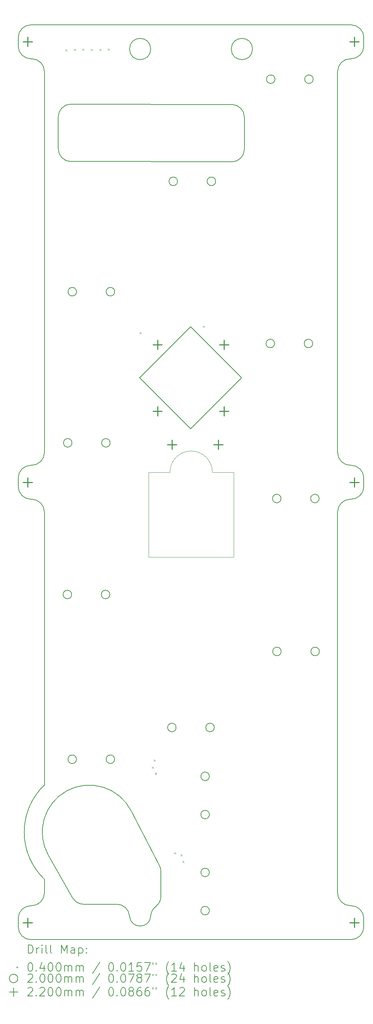
<source format=gbr>
%TF.GenerationSoftware,KiCad,Pcbnew,7.0.2-0*%
%TF.CreationDate,2024-05-08T20:31:59-07:00*%
%TF.ProjectId,new_X_Y_Panels,6e65775f-585f-4595-9f50-616e656c732e,1b*%
%TF.SameCoordinates,Original*%
%TF.FileFunction,Drillmap*%
%TF.FilePolarity,Positive*%
%FSLAX45Y45*%
G04 Gerber Fmt 4.5, Leading zero omitted, Abs format (unit mm)*
G04 Created by KiCad (PCBNEW 7.0.2-0) date 2024-05-08 20:31:59*
%MOMM*%
%LPD*%
G01*
G04 APERTURE LIST*
%ADD10C,0.100000*%
%ADD11C,0.200000*%
%ADD12C,0.040000*%
%ADD13C,0.220000*%
G04 APERTURE END LIST*
D10*
X7462000Y-12680000D02*
G75*
G03*
X6462000Y-12680000I-500000J0D01*
G01*
X5962000Y-14680000D02*
X5962000Y-12680000D01*
X7962000Y-14680000D02*
X5962000Y-14680000D01*
X7962000Y-12680000D02*
X7962000Y-14680000D01*
X7462000Y-12680000D02*
X7962000Y-12680000D01*
X5962000Y-12680000D02*
X6462000Y-12680000D01*
D11*
X8408500Y-2710500D02*
G75*
G03*
X8408500Y-2710500I-250000J0D01*
G01*
X10416000Y-22590500D02*
X10416000Y-13615500D01*
X11033500Y-12815500D02*
G75*
G03*
X10733500Y-12515500I-300000J0D01*
G01*
X4167106Y-22704917D02*
X3596709Y-21707521D01*
X7918110Y-5369300D02*
G75*
G03*
X8218110Y-5069300I0J300000D01*
G01*
X3183500Y-2940500D02*
X3201000Y-2940500D01*
X6248500Y-22084083D02*
X6248500Y-22669490D01*
X11033500Y-23390500D02*
X11033500Y-23190500D01*
X3501000Y-22268160D02*
X3501000Y-22590500D01*
X10733500Y-13315500D02*
G75*
G03*
X11033500Y-13015500I0J300000D01*
G01*
X3183500Y-22890500D02*
G75*
G03*
X2883500Y-23190500I0J-300000D01*
G01*
X6128104Y-22909791D02*
G75*
G03*
X6008138Y-23133948I179636J-240319D01*
G01*
X10716000Y-2940500D02*
G75*
G03*
X10416000Y-3240500I0J-300000D01*
G01*
X3201000Y-22890500D02*
G75*
G03*
X3501000Y-22590500I0J300000D01*
G01*
X4127500Y-4008260D02*
X7918110Y-4016820D01*
X2883500Y-23390500D02*
G75*
G03*
X3183500Y-23690500I300000J0D01*
G01*
X10716000Y-13315500D02*
G75*
G03*
X10416000Y-13615500I0J-300000D01*
G01*
X11033500Y-2640500D02*
X11033500Y-2440500D01*
X11033500Y-2440500D02*
G75*
G03*
X10733500Y-2140500I-300000J0D01*
G01*
X2883500Y-2640500D02*
G75*
G03*
X3183500Y-2940500I300000J0D01*
G01*
X11033500Y-23190500D02*
G75*
G03*
X10733500Y-22890500I-300000J0D01*
G01*
X10733500Y-12515500D02*
X10716000Y-12515500D01*
X2883500Y-12815500D02*
X2883500Y-13015500D01*
X3201000Y-12515500D02*
X3183500Y-12515500D01*
X10416000Y-22590500D02*
G75*
G03*
X10716000Y-22890500I300000J0D01*
G01*
X3183500Y-2140500D02*
G75*
G03*
X2883500Y-2440500I0J-300000D01*
G01*
X10716000Y-13315500D02*
X10733500Y-13315500D01*
X10416000Y-12215500D02*
G75*
G03*
X10716000Y-12515500I300000J0D01*
G01*
X10716000Y-2940500D02*
X10733500Y-2940500D01*
X2883500Y-13015500D02*
G75*
G03*
X3183500Y-13315500I300000J0D01*
G01*
X6128102Y-22909788D02*
G75*
G03*
X6248500Y-22669490I-179602J240298D01*
G01*
X5509021Y-23136630D02*
G75*
G03*
X6008138Y-23133948I249479J16130D01*
G01*
X3827500Y-5060740D02*
G75*
G03*
X4127500Y-5360740I300000J0D01*
G01*
X3201000Y-12515500D02*
G75*
G03*
X3501000Y-12215500I0J300000D01*
G01*
X10733500Y-22890500D02*
X10716000Y-22890500D01*
X3501000Y-3240500D02*
X3501000Y-12215500D01*
X11033500Y-13015500D02*
X11033500Y-12815500D01*
X3501000Y-13615500D02*
G75*
G03*
X3201000Y-13315500I-300000J0D01*
G01*
X4127500Y-4008260D02*
G75*
G03*
X3827500Y-4308260I0J-300000D01*
G01*
X8218110Y-4316820D02*
G75*
G03*
X7918110Y-4016820I-300000J0D01*
G01*
X3201000Y-22890500D02*
X3183500Y-22890500D01*
X2883500Y-2440500D02*
X2883500Y-2640500D01*
X10416000Y-12215500D02*
X10416000Y-3240500D01*
X5509030Y-23136629D02*
G75*
G03*
X5209646Y-22855986I-299370J-19351D01*
G01*
X10733500Y-2940500D02*
G75*
G03*
X11033500Y-2640500I0J300000D01*
G01*
X7918110Y-5369300D02*
X4127500Y-5360740D01*
X6008500Y-2710500D02*
G75*
G03*
X6008500Y-2710500I-250000J0D01*
G01*
X5209646Y-22855986D02*
X4427528Y-22855986D01*
X3827500Y-5060740D02*
X3827500Y-4308260D01*
X4167105Y-22704918D02*
G75*
G03*
X4427528Y-22855986I260425J148938D01*
G01*
X8153273Y-10456918D02*
X6951191Y-11659000D01*
X5749110Y-10456918D01*
X6951191Y-9254837D01*
X8153273Y-10456918D01*
X8218110Y-4316820D02*
X8218110Y-5069300D01*
X5542277Y-20647816D02*
X6214875Y-21946081D01*
X6248497Y-22084083D02*
G75*
G03*
X6214875Y-21946081I-300007J3D01*
G01*
X2883500Y-23190500D02*
X2883500Y-23390500D01*
X3501000Y-3240500D02*
G75*
G03*
X3201000Y-2940500I-300000J0D01*
G01*
X10733500Y-2140500D02*
X3183500Y-2140500D01*
X5542277Y-20647816D02*
G75*
G03*
X3596709Y-21707521I-983777J-509670D01*
G01*
X10733500Y-23690500D02*
G75*
G03*
X11033500Y-23390500I0J300000D01*
G01*
X3183500Y-13315500D02*
X3201000Y-13315500D01*
X3501000Y-20046812D02*
G75*
G03*
X3501000Y-22268159I1057501J-1110674D01*
G01*
X3183500Y-23690500D02*
X10733500Y-23690500D01*
X3501000Y-13615500D02*
X3501000Y-20046812D01*
X3183500Y-12515500D02*
G75*
G03*
X2883500Y-12815500I0J-300000D01*
G01*
D12*
X3994500Y-2717500D02*
X4034500Y-2757500D01*
X4034500Y-2717500D02*
X3994500Y-2757500D01*
X4197500Y-2708500D02*
X4237500Y-2748500D01*
X4237500Y-2708500D02*
X4197500Y-2748500D01*
X4393500Y-2700500D02*
X4433500Y-2740500D01*
X4433500Y-2700500D02*
X4393500Y-2740500D01*
X4594500Y-2711500D02*
X4634500Y-2751500D01*
X4634500Y-2711500D02*
X4594500Y-2751500D01*
X4797500Y-2708500D02*
X4837500Y-2748500D01*
X4837500Y-2708500D02*
X4797500Y-2748500D01*
X4992500Y-2698500D02*
X5032500Y-2738500D01*
X5032500Y-2698500D02*
X4992500Y-2738500D01*
X5745800Y-9378000D02*
X5785800Y-9418000D01*
X5785800Y-9378000D02*
X5745800Y-9418000D01*
X6036500Y-19615500D02*
X6076500Y-19655500D01*
X6076500Y-19615500D02*
X6036500Y-19655500D01*
X6079500Y-19449500D02*
X6119500Y-19489500D01*
X6119500Y-19449500D02*
X6079500Y-19489500D01*
X6107500Y-19762500D02*
X6147500Y-19802500D01*
X6147500Y-19762500D02*
X6107500Y-19802500D01*
X6561500Y-21632500D02*
X6601500Y-21672500D01*
X6601500Y-21632500D02*
X6561500Y-21672500D01*
X6711500Y-21683500D02*
X6751500Y-21723500D01*
X6751500Y-21683500D02*
X6711500Y-21723500D01*
X6753500Y-21836500D02*
X6793500Y-21876500D01*
X6793500Y-21836500D02*
X6753500Y-21876500D01*
X7239500Y-9225600D02*
X7279500Y-9265600D01*
X7279500Y-9225600D02*
X7239500Y-9265600D01*
D11*
X4143500Y-15559500D02*
G75*
G03*
X4143500Y-15559500I-100000J0D01*
G01*
X4151500Y-11987500D02*
G75*
G03*
X4151500Y-11987500I-100000J0D01*
G01*
X4256500Y-19440500D02*
G75*
G03*
X4256500Y-19440500I-100000J0D01*
G01*
X4258500Y-8427500D02*
G75*
G03*
X4258500Y-8427500I-100000J0D01*
G01*
X5043500Y-15559500D02*
G75*
G03*
X5043500Y-15559500I-100000J0D01*
G01*
X5051500Y-11987500D02*
G75*
G03*
X5051500Y-11987500I-100000J0D01*
G01*
X5156500Y-19440500D02*
G75*
G03*
X5156500Y-19440500I-100000J0D01*
G01*
X5158500Y-8427500D02*
G75*
G03*
X5158500Y-8427500I-100000J0D01*
G01*
X6607500Y-18692500D02*
G75*
G03*
X6607500Y-18692500I-100000J0D01*
G01*
X6639500Y-5827500D02*
G75*
G03*
X6639500Y-5827500I-100000J0D01*
G01*
X7391500Y-19843500D02*
G75*
G03*
X7391500Y-19843500I-100000J0D01*
G01*
X7391500Y-20743500D02*
G75*
G03*
X7391500Y-20743500I-100000J0D01*
G01*
X7391500Y-22107500D02*
G75*
G03*
X7391500Y-22107500I-100000J0D01*
G01*
X7391500Y-23007500D02*
G75*
G03*
X7391500Y-23007500I-100000J0D01*
G01*
X7507500Y-18692500D02*
G75*
G03*
X7507500Y-18692500I-100000J0D01*
G01*
X7539500Y-5827500D02*
G75*
G03*
X7539500Y-5827500I-100000J0D01*
G01*
X8928500Y-9647500D02*
G75*
G03*
X8928500Y-9647500I-100000J0D01*
G01*
X8939500Y-3420500D02*
G75*
G03*
X8939500Y-3420500I-100000J0D01*
G01*
X9080500Y-13299500D02*
G75*
G03*
X9080500Y-13299500I-100000J0D01*
G01*
X9085500Y-16901500D02*
G75*
G03*
X9085500Y-16901500I-100000J0D01*
G01*
X9828500Y-9647500D02*
G75*
G03*
X9828500Y-9647500I-100000J0D01*
G01*
X9839500Y-3420500D02*
G75*
G03*
X9839500Y-3420500I-100000J0D01*
G01*
X9980500Y-13299500D02*
G75*
G03*
X9980500Y-13299500I-100000J0D01*
G01*
X9985500Y-16901500D02*
G75*
G03*
X9985500Y-16901500I-100000J0D01*
G01*
D13*
X3107500Y-12805500D02*
X3107500Y-13025500D01*
X2997500Y-12915500D02*
X3217500Y-12915500D01*
X3108500Y-2431500D02*
X3108500Y-2651500D01*
X2998500Y-2541500D02*
X3218500Y-2541500D01*
X3109500Y-23181500D02*
X3109500Y-23401500D01*
X2999500Y-23291500D02*
X3219500Y-23291500D01*
X6166611Y-9562339D02*
X6166611Y-9782339D01*
X6056611Y-9672339D02*
X6276611Y-9672339D01*
X6166611Y-11132116D02*
X6166611Y-11352116D01*
X6056611Y-11242116D02*
X6276611Y-11242116D01*
X6510000Y-11921500D02*
X6510000Y-12141500D01*
X6400000Y-12031500D02*
X6620000Y-12031500D01*
X7604500Y-11921500D02*
X7604500Y-12141500D01*
X7494500Y-12031500D02*
X7714500Y-12031500D01*
X7736388Y-9562339D02*
X7736388Y-9782339D01*
X7626388Y-9672339D02*
X7846388Y-9672339D01*
X7736388Y-11132116D02*
X7736388Y-11352116D01*
X7626388Y-11242116D02*
X7846388Y-11242116D01*
X10807500Y-12806500D02*
X10807500Y-13026500D01*
X10697500Y-12916500D02*
X10917500Y-12916500D01*
X10807500Y-23180500D02*
X10807500Y-23400500D01*
X10697500Y-23290500D02*
X10917500Y-23290500D01*
X10809500Y-2430500D02*
X10809500Y-2650500D01*
X10699500Y-2540500D02*
X10919500Y-2540500D01*
D11*
X3121119Y-24013024D02*
X3121119Y-23813024D01*
X3121119Y-23813024D02*
X3168738Y-23813024D01*
X3168738Y-23813024D02*
X3197309Y-23822548D01*
X3197309Y-23822548D02*
X3216357Y-23841595D01*
X3216357Y-23841595D02*
X3225881Y-23860643D01*
X3225881Y-23860643D02*
X3235405Y-23898738D01*
X3235405Y-23898738D02*
X3235405Y-23927309D01*
X3235405Y-23927309D02*
X3225881Y-23965405D01*
X3225881Y-23965405D02*
X3216357Y-23984452D01*
X3216357Y-23984452D02*
X3197309Y-24003500D01*
X3197309Y-24003500D02*
X3168738Y-24013024D01*
X3168738Y-24013024D02*
X3121119Y-24013024D01*
X3321119Y-24013024D02*
X3321119Y-23879690D01*
X3321119Y-23917786D02*
X3330643Y-23898738D01*
X3330643Y-23898738D02*
X3340167Y-23889214D01*
X3340167Y-23889214D02*
X3359214Y-23879690D01*
X3359214Y-23879690D02*
X3378262Y-23879690D01*
X3444928Y-24013024D02*
X3444928Y-23879690D01*
X3444928Y-23813024D02*
X3435405Y-23822548D01*
X3435405Y-23822548D02*
X3444928Y-23832071D01*
X3444928Y-23832071D02*
X3454452Y-23822548D01*
X3454452Y-23822548D02*
X3444928Y-23813024D01*
X3444928Y-23813024D02*
X3444928Y-23832071D01*
X3568738Y-24013024D02*
X3549690Y-24003500D01*
X3549690Y-24003500D02*
X3540167Y-23984452D01*
X3540167Y-23984452D02*
X3540167Y-23813024D01*
X3673500Y-24013024D02*
X3654452Y-24003500D01*
X3654452Y-24003500D02*
X3644928Y-23984452D01*
X3644928Y-23984452D02*
X3644928Y-23813024D01*
X3902071Y-24013024D02*
X3902071Y-23813024D01*
X3902071Y-23813024D02*
X3968738Y-23955881D01*
X3968738Y-23955881D02*
X4035405Y-23813024D01*
X4035405Y-23813024D02*
X4035405Y-24013024D01*
X4216357Y-24013024D02*
X4216357Y-23908262D01*
X4216357Y-23908262D02*
X4206833Y-23889214D01*
X4206833Y-23889214D02*
X4187786Y-23879690D01*
X4187786Y-23879690D02*
X4149690Y-23879690D01*
X4149690Y-23879690D02*
X4130643Y-23889214D01*
X4216357Y-24003500D02*
X4197310Y-24013024D01*
X4197310Y-24013024D02*
X4149690Y-24013024D01*
X4149690Y-24013024D02*
X4130643Y-24003500D01*
X4130643Y-24003500D02*
X4121119Y-23984452D01*
X4121119Y-23984452D02*
X4121119Y-23965405D01*
X4121119Y-23965405D02*
X4130643Y-23946357D01*
X4130643Y-23946357D02*
X4149690Y-23936833D01*
X4149690Y-23936833D02*
X4197310Y-23936833D01*
X4197310Y-23936833D02*
X4216357Y-23927309D01*
X4311595Y-23879690D02*
X4311595Y-24079690D01*
X4311595Y-23889214D02*
X4330643Y-23879690D01*
X4330643Y-23879690D02*
X4368738Y-23879690D01*
X4368738Y-23879690D02*
X4387786Y-23889214D01*
X4387786Y-23889214D02*
X4397310Y-23898738D01*
X4397310Y-23898738D02*
X4406833Y-23917786D01*
X4406833Y-23917786D02*
X4406833Y-23974928D01*
X4406833Y-23974928D02*
X4397310Y-23993976D01*
X4397310Y-23993976D02*
X4387786Y-24003500D01*
X4387786Y-24003500D02*
X4368738Y-24013024D01*
X4368738Y-24013024D02*
X4330643Y-24013024D01*
X4330643Y-24013024D02*
X4311595Y-24003500D01*
X4492548Y-23993976D02*
X4502071Y-24003500D01*
X4502071Y-24003500D02*
X4492548Y-24013024D01*
X4492548Y-24013024D02*
X4483024Y-24003500D01*
X4483024Y-24003500D02*
X4492548Y-23993976D01*
X4492548Y-23993976D02*
X4492548Y-24013024D01*
X4492548Y-23889214D02*
X4502071Y-23898738D01*
X4502071Y-23898738D02*
X4492548Y-23908262D01*
X4492548Y-23908262D02*
X4483024Y-23898738D01*
X4483024Y-23898738D02*
X4492548Y-23889214D01*
X4492548Y-23889214D02*
X4492548Y-23908262D01*
D12*
X2833500Y-24320500D02*
X2873500Y-24360500D01*
X2873500Y-24320500D02*
X2833500Y-24360500D01*
D11*
X3159214Y-24233024D02*
X3178262Y-24233024D01*
X3178262Y-24233024D02*
X3197309Y-24242548D01*
X3197309Y-24242548D02*
X3206833Y-24252071D01*
X3206833Y-24252071D02*
X3216357Y-24271119D01*
X3216357Y-24271119D02*
X3225881Y-24309214D01*
X3225881Y-24309214D02*
X3225881Y-24356833D01*
X3225881Y-24356833D02*
X3216357Y-24394928D01*
X3216357Y-24394928D02*
X3206833Y-24413976D01*
X3206833Y-24413976D02*
X3197309Y-24423500D01*
X3197309Y-24423500D02*
X3178262Y-24433024D01*
X3178262Y-24433024D02*
X3159214Y-24433024D01*
X3159214Y-24433024D02*
X3140167Y-24423500D01*
X3140167Y-24423500D02*
X3130643Y-24413976D01*
X3130643Y-24413976D02*
X3121119Y-24394928D01*
X3121119Y-24394928D02*
X3111595Y-24356833D01*
X3111595Y-24356833D02*
X3111595Y-24309214D01*
X3111595Y-24309214D02*
X3121119Y-24271119D01*
X3121119Y-24271119D02*
X3130643Y-24252071D01*
X3130643Y-24252071D02*
X3140167Y-24242548D01*
X3140167Y-24242548D02*
X3159214Y-24233024D01*
X3311595Y-24413976D02*
X3321119Y-24423500D01*
X3321119Y-24423500D02*
X3311595Y-24433024D01*
X3311595Y-24433024D02*
X3302071Y-24423500D01*
X3302071Y-24423500D02*
X3311595Y-24413976D01*
X3311595Y-24413976D02*
X3311595Y-24433024D01*
X3492548Y-24299690D02*
X3492548Y-24433024D01*
X3444928Y-24223500D02*
X3397309Y-24366357D01*
X3397309Y-24366357D02*
X3521119Y-24366357D01*
X3635405Y-24233024D02*
X3654452Y-24233024D01*
X3654452Y-24233024D02*
X3673500Y-24242548D01*
X3673500Y-24242548D02*
X3683024Y-24252071D01*
X3683024Y-24252071D02*
X3692548Y-24271119D01*
X3692548Y-24271119D02*
X3702071Y-24309214D01*
X3702071Y-24309214D02*
X3702071Y-24356833D01*
X3702071Y-24356833D02*
X3692548Y-24394928D01*
X3692548Y-24394928D02*
X3683024Y-24413976D01*
X3683024Y-24413976D02*
X3673500Y-24423500D01*
X3673500Y-24423500D02*
X3654452Y-24433024D01*
X3654452Y-24433024D02*
X3635405Y-24433024D01*
X3635405Y-24433024D02*
X3616357Y-24423500D01*
X3616357Y-24423500D02*
X3606833Y-24413976D01*
X3606833Y-24413976D02*
X3597309Y-24394928D01*
X3597309Y-24394928D02*
X3587786Y-24356833D01*
X3587786Y-24356833D02*
X3587786Y-24309214D01*
X3587786Y-24309214D02*
X3597309Y-24271119D01*
X3597309Y-24271119D02*
X3606833Y-24252071D01*
X3606833Y-24252071D02*
X3616357Y-24242548D01*
X3616357Y-24242548D02*
X3635405Y-24233024D01*
X3825881Y-24233024D02*
X3844929Y-24233024D01*
X3844929Y-24233024D02*
X3863976Y-24242548D01*
X3863976Y-24242548D02*
X3873500Y-24252071D01*
X3873500Y-24252071D02*
X3883024Y-24271119D01*
X3883024Y-24271119D02*
X3892548Y-24309214D01*
X3892548Y-24309214D02*
X3892548Y-24356833D01*
X3892548Y-24356833D02*
X3883024Y-24394928D01*
X3883024Y-24394928D02*
X3873500Y-24413976D01*
X3873500Y-24413976D02*
X3863976Y-24423500D01*
X3863976Y-24423500D02*
X3844929Y-24433024D01*
X3844929Y-24433024D02*
X3825881Y-24433024D01*
X3825881Y-24433024D02*
X3806833Y-24423500D01*
X3806833Y-24423500D02*
X3797309Y-24413976D01*
X3797309Y-24413976D02*
X3787786Y-24394928D01*
X3787786Y-24394928D02*
X3778262Y-24356833D01*
X3778262Y-24356833D02*
X3778262Y-24309214D01*
X3778262Y-24309214D02*
X3787786Y-24271119D01*
X3787786Y-24271119D02*
X3797309Y-24252071D01*
X3797309Y-24252071D02*
X3806833Y-24242548D01*
X3806833Y-24242548D02*
X3825881Y-24233024D01*
X3978262Y-24433024D02*
X3978262Y-24299690D01*
X3978262Y-24318738D02*
X3987786Y-24309214D01*
X3987786Y-24309214D02*
X4006833Y-24299690D01*
X4006833Y-24299690D02*
X4035405Y-24299690D01*
X4035405Y-24299690D02*
X4054452Y-24309214D01*
X4054452Y-24309214D02*
X4063976Y-24328262D01*
X4063976Y-24328262D02*
X4063976Y-24433024D01*
X4063976Y-24328262D02*
X4073500Y-24309214D01*
X4073500Y-24309214D02*
X4092548Y-24299690D01*
X4092548Y-24299690D02*
X4121119Y-24299690D01*
X4121119Y-24299690D02*
X4140167Y-24309214D01*
X4140167Y-24309214D02*
X4149690Y-24328262D01*
X4149690Y-24328262D02*
X4149690Y-24433024D01*
X4244929Y-24433024D02*
X4244929Y-24299690D01*
X4244929Y-24318738D02*
X4254452Y-24309214D01*
X4254452Y-24309214D02*
X4273500Y-24299690D01*
X4273500Y-24299690D02*
X4302072Y-24299690D01*
X4302072Y-24299690D02*
X4321119Y-24309214D01*
X4321119Y-24309214D02*
X4330643Y-24328262D01*
X4330643Y-24328262D02*
X4330643Y-24433024D01*
X4330643Y-24328262D02*
X4340167Y-24309214D01*
X4340167Y-24309214D02*
X4359214Y-24299690D01*
X4359214Y-24299690D02*
X4387786Y-24299690D01*
X4387786Y-24299690D02*
X4406833Y-24309214D01*
X4406833Y-24309214D02*
X4416357Y-24328262D01*
X4416357Y-24328262D02*
X4416357Y-24433024D01*
X4806833Y-24223500D02*
X4635405Y-24480643D01*
X5063976Y-24233024D02*
X5083024Y-24233024D01*
X5083024Y-24233024D02*
X5102072Y-24242548D01*
X5102072Y-24242548D02*
X5111595Y-24252071D01*
X5111595Y-24252071D02*
X5121119Y-24271119D01*
X5121119Y-24271119D02*
X5130643Y-24309214D01*
X5130643Y-24309214D02*
X5130643Y-24356833D01*
X5130643Y-24356833D02*
X5121119Y-24394928D01*
X5121119Y-24394928D02*
X5111595Y-24413976D01*
X5111595Y-24413976D02*
X5102072Y-24423500D01*
X5102072Y-24423500D02*
X5083024Y-24433024D01*
X5083024Y-24433024D02*
X5063976Y-24433024D01*
X5063976Y-24433024D02*
X5044929Y-24423500D01*
X5044929Y-24423500D02*
X5035405Y-24413976D01*
X5035405Y-24413976D02*
X5025881Y-24394928D01*
X5025881Y-24394928D02*
X5016357Y-24356833D01*
X5016357Y-24356833D02*
X5016357Y-24309214D01*
X5016357Y-24309214D02*
X5025881Y-24271119D01*
X5025881Y-24271119D02*
X5035405Y-24252071D01*
X5035405Y-24252071D02*
X5044929Y-24242548D01*
X5044929Y-24242548D02*
X5063976Y-24233024D01*
X5216357Y-24413976D02*
X5225881Y-24423500D01*
X5225881Y-24423500D02*
X5216357Y-24433024D01*
X5216357Y-24433024D02*
X5206834Y-24423500D01*
X5206834Y-24423500D02*
X5216357Y-24413976D01*
X5216357Y-24413976D02*
X5216357Y-24433024D01*
X5349691Y-24233024D02*
X5368738Y-24233024D01*
X5368738Y-24233024D02*
X5387786Y-24242548D01*
X5387786Y-24242548D02*
X5397310Y-24252071D01*
X5397310Y-24252071D02*
X5406834Y-24271119D01*
X5406834Y-24271119D02*
X5416357Y-24309214D01*
X5416357Y-24309214D02*
X5416357Y-24356833D01*
X5416357Y-24356833D02*
X5406834Y-24394928D01*
X5406834Y-24394928D02*
X5397310Y-24413976D01*
X5397310Y-24413976D02*
X5387786Y-24423500D01*
X5387786Y-24423500D02*
X5368738Y-24433024D01*
X5368738Y-24433024D02*
X5349691Y-24433024D01*
X5349691Y-24433024D02*
X5330643Y-24423500D01*
X5330643Y-24423500D02*
X5321119Y-24413976D01*
X5321119Y-24413976D02*
X5311595Y-24394928D01*
X5311595Y-24394928D02*
X5302072Y-24356833D01*
X5302072Y-24356833D02*
X5302072Y-24309214D01*
X5302072Y-24309214D02*
X5311595Y-24271119D01*
X5311595Y-24271119D02*
X5321119Y-24252071D01*
X5321119Y-24252071D02*
X5330643Y-24242548D01*
X5330643Y-24242548D02*
X5349691Y-24233024D01*
X5606833Y-24433024D02*
X5492548Y-24433024D01*
X5549691Y-24433024D02*
X5549691Y-24233024D01*
X5549691Y-24233024D02*
X5530643Y-24261595D01*
X5530643Y-24261595D02*
X5511595Y-24280643D01*
X5511595Y-24280643D02*
X5492548Y-24290167D01*
X5787786Y-24233024D02*
X5692548Y-24233024D01*
X5692548Y-24233024D02*
X5683024Y-24328262D01*
X5683024Y-24328262D02*
X5692548Y-24318738D01*
X5692548Y-24318738D02*
X5711595Y-24309214D01*
X5711595Y-24309214D02*
X5759214Y-24309214D01*
X5759214Y-24309214D02*
X5778262Y-24318738D01*
X5778262Y-24318738D02*
X5787786Y-24328262D01*
X5787786Y-24328262D02*
X5797310Y-24347309D01*
X5797310Y-24347309D02*
X5797310Y-24394928D01*
X5797310Y-24394928D02*
X5787786Y-24413976D01*
X5787786Y-24413976D02*
X5778262Y-24423500D01*
X5778262Y-24423500D02*
X5759214Y-24433024D01*
X5759214Y-24433024D02*
X5711595Y-24433024D01*
X5711595Y-24433024D02*
X5692548Y-24423500D01*
X5692548Y-24423500D02*
X5683024Y-24413976D01*
X5863976Y-24233024D02*
X5997310Y-24233024D01*
X5997310Y-24233024D02*
X5911595Y-24433024D01*
X6063976Y-24233024D02*
X6063976Y-24271119D01*
X6140167Y-24233024D02*
X6140167Y-24271119D01*
X6435405Y-24509214D02*
X6425881Y-24499690D01*
X6425881Y-24499690D02*
X6406834Y-24471119D01*
X6406834Y-24471119D02*
X6397310Y-24452071D01*
X6397310Y-24452071D02*
X6387786Y-24423500D01*
X6387786Y-24423500D02*
X6378262Y-24375881D01*
X6378262Y-24375881D02*
X6378262Y-24337786D01*
X6378262Y-24337786D02*
X6387786Y-24290167D01*
X6387786Y-24290167D02*
X6397310Y-24261595D01*
X6397310Y-24261595D02*
X6406834Y-24242548D01*
X6406834Y-24242548D02*
X6425881Y-24213976D01*
X6425881Y-24213976D02*
X6435405Y-24204452D01*
X6616357Y-24433024D02*
X6502072Y-24433024D01*
X6559214Y-24433024D02*
X6559214Y-24233024D01*
X6559214Y-24233024D02*
X6540167Y-24261595D01*
X6540167Y-24261595D02*
X6521119Y-24280643D01*
X6521119Y-24280643D02*
X6502072Y-24290167D01*
X6787786Y-24299690D02*
X6787786Y-24433024D01*
X6740167Y-24223500D02*
X6692548Y-24366357D01*
X6692548Y-24366357D02*
X6816357Y-24366357D01*
X7044929Y-24433024D02*
X7044929Y-24233024D01*
X7130643Y-24433024D02*
X7130643Y-24328262D01*
X7130643Y-24328262D02*
X7121119Y-24309214D01*
X7121119Y-24309214D02*
X7102072Y-24299690D01*
X7102072Y-24299690D02*
X7073500Y-24299690D01*
X7073500Y-24299690D02*
X7054453Y-24309214D01*
X7054453Y-24309214D02*
X7044929Y-24318738D01*
X7254453Y-24433024D02*
X7235405Y-24423500D01*
X7235405Y-24423500D02*
X7225881Y-24413976D01*
X7225881Y-24413976D02*
X7216357Y-24394928D01*
X7216357Y-24394928D02*
X7216357Y-24337786D01*
X7216357Y-24337786D02*
X7225881Y-24318738D01*
X7225881Y-24318738D02*
X7235405Y-24309214D01*
X7235405Y-24309214D02*
X7254453Y-24299690D01*
X7254453Y-24299690D02*
X7283024Y-24299690D01*
X7283024Y-24299690D02*
X7302072Y-24309214D01*
X7302072Y-24309214D02*
X7311596Y-24318738D01*
X7311596Y-24318738D02*
X7321119Y-24337786D01*
X7321119Y-24337786D02*
X7321119Y-24394928D01*
X7321119Y-24394928D02*
X7311596Y-24413976D01*
X7311596Y-24413976D02*
X7302072Y-24423500D01*
X7302072Y-24423500D02*
X7283024Y-24433024D01*
X7283024Y-24433024D02*
X7254453Y-24433024D01*
X7435405Y-24433024D02*
X7416357Y-24423500D01*
X7416357Y-24423500D02*
X7406834Y-24404452D01*
X7406834Y-24404452D02*
X7406834Y-24233024D01*
X7587786Y-24423500D02*
X7568738Y-24433024D01*
X7568738Y-24433024D02*
X7530643Y-24433024D01*
X7530643Y-24433024D02*
X7511596Y-24423500D01*
X7511596Y-24423500D02*
X7502072Y-24404452D01*
X7502072Y-24404452D02*
X7502072Y-24328262D01*
X7502072Y-24328262D02*
X7511596Y-24309214D01*
X7511596Y-24309214D02*
X7530643Y-24299690D01*
X7530643Y-24299690D02*
X7568738Y-24299690D01*
X7568738Y-24299690D02*
X7587786Y-24309214D01*
X7587786Y-24309214D02*
X7597310Y-24328262D01*
X7597310Y-24328262D02*
X7597310Y-24347309D01*
X7597310Y-24347309D02*
X7502072Y-24366357D01*
X7673500Y-24423500D02*
X7692548Y-24433024D01*
X7692548Y-24433024D02*
X7730643Y-24433024D01*
X7730643Y-24433024D02*
X7749691Y-24423500D01*
X7749691Y-24423500D02*
X7759215Y-24404452D01*
X7759215Y-24404452D02*
X7759215Y-24394928D01*
X7759215Y-24394928D02*
X7749691Y-24375881D01*
X7749691Y-24375881D02*
X7730643Y-24366357D01*
X7730643Y-24366357D02*
X7702072Y-24366357D01*
X7702072Y-24366357D02*
X7683024Y-24356833D01*
X7683024Y-24356833D02*
X7673500Y-24337786D01*
X7673500Y-24337786D02*
X7673500Y-24328262D01*
X7673500Y-24328262D02*
X7683024Y-24309214D01*
X7683024Y-24309214D02*
X7702072Y-24299690D01*
X7702072Y-24299690D02*
X7730643Y-24299690D01*
X7730643Y-24299690D02*
X7749691Y-24309214D01*
X7825881Y-24509214D02*
X7835405Y-24499690D01*
X7835405Y-24499690D02*
X7854453Y-24471119D01*
X7854453Y-24471119D02*
X7863977Y-24452071D01*
X7863977Y-24452071D02*
X7873500Y-24423500D01*
X7873500Y-24423500D02*
X7883024Y-24375881D01*
X7883024Y-24375881D02*
X7883024Y-24337786D01*
X7883024Y-24337786D02*
X7873500Y-24290167D01*
X7873500Y-24290167D02*
X7863977Y-24261595D01*
X7863977Y-24261595D02*
X7854453Y-24242548D01*
X7854453Y-24242548D02*
X7835405Y-24213976D01*
X7835405Y-24213976D02*
X7825881Y-24204452D01*
X2873500Y-24604500D02*
G75*
G03*
X2873500Y-24604500I-100000J0D01*
G01*
X3111595Y-24516071D02*
X3121119Y-24506548D01*
X3121119Y-24506548D02*
X3140167Y-24497024D01*
X3140167Y-24497024D02*
X3187786Y-24497024D01*
X3187786Y-24497024D02*
X3206833Y-24506548D01*
X3206833Y-24506548D02*
X3216357Y-24516071D01*
X3216357Y-24516071D02*
X3225881Y-24535119D01*
X3225881Y-24535119D02*
X3225881Y-24554167D01*
X3225881Y-24554167D02*
X3216357Y-24582738D01*
X3216357Y-24582738D02*
X3102071Y-24697024D01*
X3102071Y-24697024D02*
X3225881Y-24697024D01*
X3311595Y-24677976D02*
X3321119Y-24687500D01*
X3321119Y-24687500D02*
X3311595Y-24697024D01*
X3311595Y-24697024D02*
X3302071Y-24687500D01*
X3302071Y-24687500D02*
X3311595Y-24677976D01*
X3311595Y-24677976D02*
X3311595Y-24697024D01*
X3444928Y-24497024D02*
X3463976Y-24497024D01*
X3463976Y-24497024D02*
X3483024Y-24506548D01*
X3483024Y-24506548D02*
X3492548Y-24516071D01*
X3492548Y-24516071D02*
X3502071Y-24535119D01*
X3502071Y-24535119D02*
X3511595Y-24573214D01*
X3511595Y-24573214D02*
X3511595Y-24620833D01*
X3511595Y-24620833D02*
X3502071Y-24658928D01*
X3502071Y-24658928D02*
X3492548Y-24677976D01*
X3492548Y-24677976D02*
X3483024Y-24687500D01*
X3483024Y-24687500D02*
X3463976Y-24697024D01*
X3463976Y-24697024D02*
X3444928Y-24697024D01*
X3444928Y-24697024D02*
X3425881Y-24687500D01*
X3425881Y-24687500D02*
X3416357Y-24677976D01*
X3416357Y-24677976D02*
X3406833Y-24658928D01*
X3406833Y-24658928D02*
X3397309Y-24620833D01*
X3397309Y-24620833D02*
X3397309Y-24573214D01*
X3397309Y-24573214D02*
X3406833Y-24535119D01*
X3406833Y-24535119D02*
X3416357Y-24516071D01*
X3416357Y-24516071D02*
X3425881Y-24506548D01*
X3425881Y-24506548D02*
X3444928Y-24497024D01*
X3635405Y-24497024D02*
X3654452Y-24497024D01*
X3654452Y-24497024D02*
X3673500Y-24506548D01*
X3673500Y-24506548D02*
X3683024Y-24516071D01*
X3683024Y-24516071D02*
X3692548Y-24535119D01*
X3692548Y-24535119D02*
X3702071Y-24573214D01*
X3702071Y-24573214D02*
X3702071Y-24620833D01*
X3702071Y-24620833D02*
X3692548Y-24658928D01*
X3692548Y-24658928D02*
X3683024Y-24677976D01*
X3683024Y-24677976D02*
X3673500Y-24687500D01*
X3673500Y-24687500D02*
X3654452Y-24697024D01*
X3654452Y-24697024D02*
X3635405Y-24697024D01*
X3635405Y-24697024D02*
X3616357Y-24687500D01*
X3616357Y-24687500D02*
X3606833Y-24677976D01*
X3606833Y-24677976D02*
X3597309Y-24658928D01*
X3597309Y-24658928D02*
X3587786Y-24620833D01*
X3587786Y-24620833D02*
X3587786Y-24573214D01*
X3587786Y-24573214D02*
X3597309Y-24535119D01*
X3597309Y-24535119D02*
X3606833Y-24516071D01*
X3606833Y-24516071D02*
X3616357Y-24506548D01*
X3616357Y-24506548D02*
X3635405Y-24497024D01*
X3825881Y-24497024D02*
X3844929Y-24497024D01*
X3844929Y-24497024D02*
X3863976Y-24506548D01*
X3863976Y-24506548D02*
X3873500Y-24516071D01*
X3873500Y-24516071D02*
X3883024Y-24535119D01*
X3883024Y-24535119D02*
X3892548Y-24573214D01*
X3892548Y-24573214D02*
X3892548Y-24620833D01*
X3892548Y-24620833D02*
X3883024Y-24658928D01*
X3883024Y-24658928D02*
X3873500Y-24677976D01*
X3873500Y-24677976D02*
X3863976Y-24687500D01*
X3863976Y-24687500D02*
X3844929Y-24697024D01*
X3844929Y-24697024D02*
X3825881Y-24697024D01*
X3825881Y-24697024D02*
X3806833Y-24687500D01*
X3806833Y-24687500D02*
X3797309Y-24677976D01*
X3797309Y-24677976D02*
X3787786Y-24658928D01*
X3787786Y-24658928D02*
X3778262Y-24620833D01*
X3778262Y-24620833D02*
X3778262Y-24573214D01*
X3778262Y-24573214D02*
X3787786Y-24535119D01*
X3787786Y-24535119D02*
X3797309Y-24516071D01*
X3797309Y-24516071D02*
X3806833Y-24506548D01*
X3806833Y-24506548D02*
X3825881Y-24497024D01*
X3978262Y-24697024D02*
X3978262Y-24563690D01*
X3978262Y-24582738D02*
X3987786Y-24573214D01*
X3987786Y-24573214D02*
X4006833Y-24563690D01*
X4006833Y-24563690D02*
X4035405Y-24563690D01*
X4035405Y-24563690D02*
X4054452Y-24573214D01*
X4054452Y-24573214D02*
X4063976Y-24592262D01*
X4063976Y-24592262D02*
X4063976Y-24697024D01*
X4063976Y-24592262D02*
X4073500Y-24573214D01*
X4073500Y-24573214D02*
X4092548Y-24563690D01*
X4092548Y-24563690D02*
X4121119Y-24563690D01*
X4121119Y-24563690D02*
X4140167Y-24573214D01*
X4140167Y-24573214D02*
X4149690Y-24592262D01*
X4149690Y-24592262D02*
X4149690Y-24697024D01*
X4244929Y-24697024D02*
X4244929Y-24563690D01*
X4244929Y-24582738D02*
X4254452Y-24573214D01*
X4254452Y-24573214D02*
X4273500Y-24563690D01*
X4273500Y-24563690D02*
X4302072Y-24563690D01*
X4302072Y-24563690D02*
X4321119Y-24573214D01*
X4321119Y-24573214D02*
X4330643Y-24592262D01*
X4330643Y-24592262D02*
X4330643Y-24697024D01*
X4330643Y-24592262D02*
X4340167Y-24573214D01*
X4340167Y-24573214D02*
X4359214Y-24563690D01*
X4359214Y-24563690D02*
X4387786Y-24563690D01*
X4387786Y-24563690D02*
X4406833Y-24573214D01*
X4406833Y-24573214D02*
X4416357Y-24592262D01*
X4416357Y-24592262D02*
X4416357Y-24697024D01*
X4806833Y-24487500D02*
X4635405Y-24744643D01*
X5063976Y-24497024D02*
X5083024Y-24497024D01*
X5083024Y-24497024D02*
X5102072Y-24506548D01*
X5102072Y-24506548D02*
X5111595Y-24516071D01*
X5111595Y-24516071D02*
X5121119Y-24535119D01*
X5121119Y-24535119D02*
X5130643Y-24573214D01*
X5130643Y-24573214D02*
X5130643Y-24620833D01*
X5130643Y-24620833D02*
X5121119Y-24658928D01*
X5121119Y-24658928D02*
X5111595Y-24677976D01*
X5111595Y-24677976D02*
X5102072Y-24687500D01*
X5102072Y-24687500D02*
X5083024Y-24697024D01*
X5083024Y-24697024D02*
X5063976Y-24697024D01*
X5063976Y-24697024D02*
X5044929Y-24687500D01*
X5044929Y-24687500D02*
X5035405Y-24677976D01*
X5035405Y-24677976D02*
X5025881Y-24658928D01*
X5025881Y-24658928D02*
X5016357Y-24620833D01*
X5016357Y-24620833D02*
X5016357Y-24573214D01*
X5016357Y-24573214D02*
X5025881Y-24535119D01*
X5025881Y-24535119D02*
X5035405Y-24516071D01*
X5035405Y-24516071D02*
X5044929Y-24506548D01*
X5044929Y-24506548D02*
X5063976Y-24497024D01*
X5216357Y-24677976D02*
X5225881Y-24687500D01*
X5225881Y-24687500D02*
X5216357Y-24697024D01*
X5216357Y-24697024D02*
X5206834Y-24687500D01*
X5206834Y-24687500D02*
X5216357Y-24677976D01*
X5216357Y-24677976D02*
X5216357Y-24697024D01*
X5349691Y-24497024D02*
X5368738Y-24497024D01*
X5368738Y-24497024D02*
X5387786Y-24506548D01*
X5387786Y-24506548D02*
X5397310Y-24516071D01*
X5397310Y-24516071D02*
X5406834Y-24535119D01*
X5406834Y-24535119D02*
X5416357Y-24573214D01*
X5416357Y-24573214D02*
X5416357Y-24620833D01*
X5416357Y-24620833D02*
X5406834Y-24658928D01*
X5406834Y-24658928D02*
X5397310Y-24677976D01*
X5397310Y-24677976D02*
X5387786Y-24687500D01*
X5387786Y-24687500D02*
X5368738Y-24697024D01*
X5368738Y-24697024D02*
X5349691Y-24697024D01*
X5349691Y-24697024D02*
X5330643Y-24687500D01*
X5330643Y-24687500D02*
X5321119Y-24677976D01*
X5321119Y-24677976D02*
X5311595Y-24658928D01*
X5311595Y-24658928D02*
X5302072Y-24620833D01*
X5302072Y-24620833D02*
X5302072Y-24573214D01*
X5302072Y-24573214D02*
X5311595Y-24535119D01*
X5311595Y-24535119D02*
X5321119Y-24516071D01*
X5321119Y-24516071D02*
X5330643Y-24506548D01*
X5330643Y-24506548D02*
X5349691Y-24497024D01*
X5483024Y-24497024D02*
X5616357Y-24497024D01*
X5616357Y-24497024D02*
X5530643Y-24697024D01*
X5721119Y-24582738D02*
X5702072Y-24573214D01*
X5702072Y-24573214D02*
X5692548Y-24563690D01*
X5692548Y-24563690D02*
X5683024Y-24544643D01*
X5683024Y-24544643D02*
X5683024Y-24535119D01*
X5683024Y-24535119D02*
X5692548Y-24516071D01*
X5692548Y-24516071D02*
X5702072Y-24506548D01*
X5702072Y-24506548D02*
X5721119Y-24497024D01*
X5721119Y-24497024D02*
X5759214Y-24497024D01*
X5759214Y-24497024D02*
X5778262Y-24506548D01*
X5778262Y-24506548D02*
X5787786Y-24516071D01*
X5787786Y-24516071D02*
X5797310Y-24535119D01*
X5797310Y-24535119D02*
X5797310Y-24544643D01*
X5797310Y-24544643D02*
X5787786Y-24563690D01*
X5787786Y-24563690D02*
X5778262Y-24573214D01*
X5778262Y-24573214D02*
X5759214Y-24582738D01*
X5759214Y-24582738D02*
X5721119Y-24582738D01*
X5721119Y-24582738D02*
X5702072Y-24592262D01*
X5702072Y-24592262D02*
X5692548Y-24601786D01*
X5692548Y-24601786D02*
X5683024Y-24620833D01*
X5683024Y-24620833D02*
X5683024Y-24658928D01*
X5683024Y-24658928D02*
X5692548Y-24677976D01*
X5692548Y-24677976D02*
X5702072Y-24687500D01*
X5702072Y-24687500D02*
X5721119Y-24697024D01*
X5721119Y-24697024D02*
X5759214Y-24697024D01*
X5759214Y-24697024D02*
X5778262Y-24687500D01*
X5778262Y-24687500D02*
X5787786Y-24677976D01*
X5787786Y-24677976D02*
X5797310Y-24658928D01*
X5797310Y-24658928D02*
X5797310Y-24620833D01*
X5797310Y-24620833D02*
X5787786Y-24601786D01*
X5787786Y-24601786D02*
X5778262Y-24592262D01*
X5778262Y-24592262D02*
X5759214Y-24582738D01*
X5863976Y-24497024D02*
X5997310Y-24497024D01*
X5997310Y-24497024D02*
X5911595Y-24697024D01*
X6063976Y-24497024D02*
X6063976Y-24535119D01*
X6140167Y-24497024D02*
X6140167Y-24535119D01*
X6435405Y-24773214D02*
X6425881Y-24763690D01*
X6425881Y-24763690D02*
X6406834Y-24735119D01*
X6406834Y-24735119D02*
X6397310Y-24716071D01*
X6397310Y-24716071D02*
X6387786Y-24687500D01*
X6387786Y-24687500D02*
X6378262Y-24639881D01*
X6378262Y-24639881D02*
X6378262Y-24601786D01*
X6378262Y-24601786D02*
X6387786Y-24554167D01*
X6387786Y-24554167D02*
X6397310Y-24525595D01*
X6397310Y-24525595D02*
X6406834Y-24506548D01*
X6406834Y-24506548D02*
X6425881Y-24477976D01*
X6425881Y-24477976D02*
X6435405Y-24468452D01*
X6502072Y-24516071D02*
X6511595Y-24506548D01*
X6511595Y-24506548D02*
X6530643Y-24497024D01*
X6530643Y-24497024D02*
X6578262Y-24497024D01*
X6578262Y-24497024D02*
X6597310Y-24506548D01*
X6597310Y-24506548D02*
X6606834Y-24516071D01*
X6606834Y-24516071D02*
X6616357Y-24535119D01*
X6616357Y-24535119D02*
X6616357Y-24554167D01*
X6616357Y-24554167D02*
X6606834Y-24582738D01*
X6606834Y-24582738D02*
X6492548Y-24697024D01*
X6492548Y-24697024D02*
X6616357Y-24697024D01*
X6787786Y-24563690D02*
X6787786Y-24697024D01*
X6740167Y-24487500D02*
X6692548Y-24630357D01*
X6692548Y-24630357D02*
X6816357Y-24630357D01*
X7044929Y-24697024D02*
X7044929Y-24497024D01*
X7130643Y-24697024D02*
X7130643Y-24592262D01*
X7130643Y-24592262D02*
X7121119Y-24573214D01*
X7121119Y-24573214D02*
X7102072Y-24563690D01*
X7102072Y-24563690D02*
X7073500Y-24563690D01*
X7073500Y-24563690D02*
X7054453Y-24573214D01*
X7054453Y-24573214D02*
X7044929Y-24582738D01*
X7254453Y-24697024D02*
X7235405Y-24687500D01*
X7235405Y-24687500D02*
X7225881Y-24677976D01*
X7225881Y-24677976D02*
X7216357Y-24658928D01*
X7216357Y-24658928D02*
X7216357Y-24601786D01*
X7216357Y-24601786D02*
X7225881Y-24582738D01*
X7225881Y-24582738D02*
X7235405Y-24573214D01*
X7235405Y-24573214D02*
X7254453Y-24563690D01*
X7254453Y-24563690D02*
X7283024Y-24563690D01*
X7283024Y-24563690D02*
X7302072Y-24573214D01*
X7302072Y-24573214D02*
X7311596Y-24582738D01*
X7311596Y-24582738D02*
X7321119Y-24601786D01*
X7321119Y-24601786D02*
X7321119Y-24658928D01*
X7321119Y-24658928D02*
X7311596Y-24677976D01*
X7311596Y-24677976D02*
X7302072Y-24687500D01*
X7302072Y-24687500D02*
X7283024Y-24697024D01*
X7283024Y-24697024D02*
X7254453Y-24697024D01*
X7435405Y-24697024D02*
X7416357Y-24687500D01*
X7416357Y-24687500D02*
X7406834Y-24668452D01*
X7406834Y-24668452D02*
X7406834Y-24497024D01*
X7587786Y-24687500D02*
X7568738Y-24697024D01*
X7568738Y-24697024D02*
X7530643Y-24697024D01*
X7530643Y-24697024D02*
X7511596Y-24687500D01*
X7511596Y-24687500D02*
X7502072Y-24668452D01*
X7502072Y-24668452D02*
X7502072Y-24592262D01*
X7502072Y-24592262D02*
X7511596Y-24573214D01*
X7511596Y-24573214D02*
X7530643Y-24563690D01*
X7530643Y-24563690D02*
X7568738Y-24563690D01*
X7568738Y-24563690D02*
X7587786Y-24573214D01*
X7587786Y-24573214D02*
X7597310Y-24592262D01*
X7597310Y-24592262D02*
X7597310Y-24611309D01*
X7597310Y-24611309D02*
X7502072Y-24630357D01*
X7673500Y-24687500D02*
X7692548Y-24697024D01*
X7692548Y-24697024D02*
X7730643Y-24697024D01*
X7730643Y-24697024D02*
X7749691Y-24687500D01*
X7749691Y-24687500D02*
X7759215Y-24668452D01*
X7759215Y-24668452D02*
X7759215Y-24658928D01*
X7759215Y-24658928D02*
X7749691Y-24639881D01*
X7749691Y-24639881D02*
X7730643Y-24630357D01*
X7730643Y-24630357D02*
X7702072Y-24630357D01*
X7702072Y-24630357D02*
X7683024Y-24620833D01*
X7683024Y-24620833D02*
X7673500Y-24601786D01*
X7673500Y-24601786D02*
X7673500Y-24592262D01*
X7673500Y-24592262D02*
X7683024Y-24573214D01*
X7683024Y-24573214D02*
X7702072Y-24563690D01*
X7702072Y-24563690D02*
X7730643Y-24563690D01*
X7730643Y-24563690D02*
X7749691Y-24573214D01*
X7825881Y-24773214D02*
X7835405Y-24763690D01*
X7835405Y-24763690D02*
X7854453Y-24735119D01*
X7854453Y-24735119D02*
X7863977Y-24716071D01*
X7863977Y-24716071D02*
X7873500Y-24687500D01*
X7873500Y-24687500D02*
X7883024Y-24639881D01*
X7883024Y-24639881D02*
X7883024Y-24601786D01*
X7883024Y-24601786D02*
X7873500Y-24554167D01*
X7873500Y-24554167D02*
X7863977Y-24525595D01*
X7863977Y-24525595D02*
X7854453Y-24506548D01*
X7854453Y-24506548D02*
X7835405Y-24477976D01*
X7835405Y-24477976D02*
X7825881Y-24468452D01*
X2773500Y-24824500D02*
X2773500Y-25024500D01*
X2673500Y-24924500D02*
X2873500Y-24924500D01*
X3111595Y-24836071D02*
X3121119Y-24826548D01*
X3121119Y-24826548D02*
X3140167Y-24817024D01*
X3140167Y-24817024D02*
X3187786Y-24817024D01*
X3187786Y-24817024D02*
X3206833Y-24826548D01*
X3206833Y-24826548D02*
X3216357Y-24836071D01*
X3216357Y-24836071D02*
X3225881Y-24855119D01*
X3225881Y-24855119D02*
X3225881Y-24874167D01*
X3225881Y-24874167D02*
X3216357Y-24902738D01*
X3216357Y-24902738D02*
X3102071Y-25017024D01*
X3102071Y-25017024D02*
X3225881Y-25017024D01*
X3311595Y-24997976D02*
X3321119Y-25007500D01*
X3321119Y-25007500D02*
X3311595Y-25017024D01*
X3311595Y-25017024D02*
X3302071Y-25007500D01*
X3302071Y-25007500D02*
X3311595Y-24997976D01*
X3311595Y-24997976D02*
X3311595Y-25017024D01*
X3397309Y-24836071D02*
X3406833Y-24826548D01*
X3406833Y-24826548D02*
X3425881Y-24817024D01*
X3425881Y-24817024D02*
X3473500Y-24817024D01*
X3473500Y-24817024D02*
X3492548Y-24826548D01*
X3492548Y-24826548D02*
X3502071Y-24836071D01*
X3502071Y-24836071D02*
X3511595Y-24855119D01*
X3511595Y-24855119D02*
X3511595Y-24874167D01*
X3511595Y-24874167D02*
X3502071Y-24902738D01*
X3502071Y-24902738D02*
X3387786Y-25017024D01*
X3387786Y-25017024D02*
X3511595Y-25017024D01*
X3635405Y-24817024D02*
X3654452Y-24817024D01*
X3654452Y-24817024D02*
X3673500Y-24826548D01*
X3673500Y-24826548D02*
X3683024Y-24836071D01*
X3683024Y-24836071D02*
X3692548Y-24855119D01*
X3692548Y-24855119D02*
X3702071Y-24893214D01*
X3702071Y-24893214D02*
X3702071Y-24940833D01*
X3702071Y-24940833D02*
X3692548Y-24978928D01*
X3692548Y-24978928D02*
X3683024Y-24997976D01*
X3683024Y-24997976D02*
X3673500Y-25007500D01*
X3673500Y-25007500D02*
X3654452Y-25017024D01*
X3654452Y-25017024D02*
X3635405Y-25017024D01*
X3635405Y-25017024D02*
X3616357Y-25007500D01*
X3616357Y-25007500D02*
X3606833Y-24997976D01*
X3606833Y-24997976D02*
X3597309Y-24978928D01*
X3597309Y-24978928D02*
X3587786Y-24940833D01*
X3587786Y-24940833D02*
X3587786Y-24893214D01*
X3587786Y-24893214D02*
X3597309Y-24855119D01*
X3597309Y-24855119D02*
X3606833Y-24836071D01*
X3606833Y-24836071D02*
X3616357Y-24826548D01*
X3616357Y-24826548D02*
X3635405Y-24817024D01*
X3825881Y-24817024D02*
X3844929Y-24817024D01*
X3844929Y-24817024D02*
X3863976Y-24826548D01*
X3863976Y-24826548D02*
X3873500Y-24836071D01*
X3873500Y-24836071D02*
X3883024Y-24855119D01*
X3883024Y-24855119D02*
X3892548Y-24893214D01*
X3892548Y-24893214D02*
X3892548Y-24940833D01*
X3892548Y-24940833D02*
X3883024Y-24978928D01*
X3883024Y-24978928D02*
X3873500Y-24997976D01*
X3873500Y-24997976D02*
X3863976Y-25007500D01*
X3863976Y-25007500D02*
X3844929Y-25017024D01*
X3844929Y-25017024D02*
X3825881Y-25017024D01*
X3825881Y-25017024D02*
X3806833Y-25007500D01*
X3806833Y-25007500D02*
X3797309Y-24997976D01*
X3797309Y-24997976D02*
X3787786Y-24978928D01*
X3787786Y-24978928D02*
X3778262Y-24940833D01*
X3778262Y-24940833D02*
X3778262Y-24893214D01*
X3778262Y-24893214D02*
X3787786Y-24855119D01*
X3787786Y-24855119D02*
X3797309Y-24836071D01*
X3797309Y-24836071D02*
X3806833Y-24826548D01*
X3806833Y-24826548D02*
X3825881Y-24817024D01*
X3978262Y-25017024D02*
X3978262Y-24883690D01*
X3978262Y-24902738D02*
X3987786Y-24893214D01*
X3987786Y-24893214D02*
X4006833Y-24883690D01*
X4006833Y-24883690D02*
X4035405Y-24883690D01*
X4035405Y-24883690D02*
X4054452Y-24893214D01*
X4054452Y-24893214D02*
X4063976Y-24912262D01*
X4063976Y-24912262D02*
X4063976Y-25017024D01*
X4063976Y-24912262D02*
X4073500Y-24893214D01*
X4073500Y-24893214D02*
X4092548Y-24883690D01*
X4092548Y-24883690D02*
X4121119Y-24883690D01*
X4121119Y-24883690D02*
X4140167Y-24893214D01*
X4140167Y-24893214D02*
X4149690Y-24912262D01*
X4149690Y-24912262D02*
X4149690Y-25017024D01*
X4244929Y-25017024D02*
X4244929Y-24883690D01*
X4244929Y-24902738D02*
X4254452Y-24893214D01*
X4254452Y-24893214D02*
X4273500Y-24883690D01*
X4273500Y-24883690D02*
X4302072Y-24883690D01*
X4302072Y-24883690D02*
X4321119Y-24893214D01*
X4321119Y-24893214D02*
X4330643Y-24912262D01*
X4330643Y-24912262D02*
X4330643Y-25017024D01*
X4330643Y-24912262D02*
X4340167Y-24893214D01*
X4340167Y-24893214D02*
X4359214Y-24883690D01*
X4359214Y-24883690D02*
X4387786Y-24883690D01*
X4387786Y-24883690D02*
X4406833Y-24893214D01*
X4406833Y-24893214D02*
X4416357Y-24912262D01*
X4416357Y-24912262D02*
X4416357Y-25017024D01*
X4806833Y-24807500D02*
X4635405Y-25064643D01*
X5063976Y-24817024D02*
X5083024Y-24817024D01*
X5083024Y-24817024D02*
X5102072Y-24826548D01*
X5102072Y-24826548D02*
X5111595Y-24836071D01*
X5111595Y-24836071D02*
X5121119Y-24855119D01*
X5121119Y-24855119D02*
X5130643Y-24893214D01*
X5130643Y-24893214D02*
X5130643Y-24940833D01*
X5130643Y-24940833D02*
X5121119Y-24978928D01*
X5121119Y-24978928D02*
X5111595Y-24997976D01*
X5111595Y-24997976D02*
X5102072Y-25007500D01*
X5102072Y-25007500D02*
X5083024Y-25017024D01*
X5083024Y-25017024D02*
X5063976Y-25017024D01*
X5063976Y-25017024D02*
X5044929Y-25007500D01*
X5044929Y-25007500D02*
X5035405Y-24997976D01*
X5035405Y-24997976D02*
X5025881Y-24978928D01*
X5025881Y-24978928D02*
X5016357Y-24940833D01*
X5016357Y-24940833D02*
X5016357Y-24893214D01*
X5016357Y-24893214D02*
X5025881Y-24855119D01*
X5025881Y-24855119D02*
X5035405Y-24836071D01*
X5035405Y-24836071D02*
X5044929Y-24826548D01*
X5044929Y-24826548D02*
X5063976Y-24817024D01*
X5216357Y-24997976D02*
X5225881Y-25007500D01*
X5225881Y-25007500D02*
X5216357Y-25017024D01*
X5216357Y-25017024D02*
X5206834Y-25007500D01*
X5206834Y-25007500D02*
X5216357Y-24997976D01*
X5216357Y-24997976D02*
X5216357Y-25017024D01*
X5349691Y-24817024D02*
X5368738Y-24817024D01*
X5368738Y-24817024D02*
X5387786Y-24826548D01*
X5387786Y-24826548D02*
X5397310Y-24836071D01*
X5397310Y-24836071D02*
X5406834Y-24855119D01*
X5406834Y-24855119D02*
X5416357Y-24893214D01*
X5416357Y-24893214D02*
X5416357Y-24940833D01*
X5416357Y-24940833D02*
X5406834Y-24978928D01*
X5406834Y-24978928D02*
X5397310Y-24997976D01*
X5397310Y-24997976D02*
X5387786Y-25007500D01*
X5387786Y-25007500D02*
X5368738Y-25017024D01*
X5368738Y-25017024D02*
X5349691Y-25017024D01*
X5349691Y-25017024D02*
X5330643Y-25007500D01*
X5330643Y-25007500D02*
X5321119Y-24997976D01*
X5321119Y-24997976D02*
X5311595Y-24978928D01*
X5311595Y-24978928D02*
X5302072Y-24940833D01*
X5302072Y-24940833D02*
X5302072Y-24893214D01*
X5302072Y-24893214D02*
X5311595Y-24855119D01*
X5311595Y-24855119D02*
X5321119Y-24836071D01*
X5321119Y-24836071D02*
X5330643Y-24826548D01*
X5330643Y-24826548D02*
X5349691Y-24817024D01*
X5530643Y-24902738D02*
X5511595Y-24893214D01*
X5511595Y-24893214D02*
X5502072Y-24883690D01*
X5502072Y-24883690D02*
X5492548Y-24864643D01*
X5492548Y-24864643D02*
X5492548Y-24855119D01*
X5492548Y-24855119D02*
X5502072Y-24836071D01*
X5502072Y-24836071D02*
X5511595Y-24826548D01*
X5511595Y-24826548D02*
X5530643Y-24817024D01*
X5530643Y-24817024D02*
X5568738Y-24817024D01*
X5568738Y-24817024D02*
X5587786Y-24826548D01*
X5587786Y-24826548D02*
X5597310Y-24836071D01*
X5597310Y-24836071D02*
X5606833Y-24855119D01*
X5606833Y-24855119D02*
X5606833Y-24864643D01*
X5606833Y-24864643D02*
X5597310Y-24883690D01*
X5597310Y-24883690D02*
X5587786Y-24893214D01*
X5587786Y-24893214D02*
X5568738Y-24902738D01*
X5568738Y-24902738D02*
X5530643Y-24902738D01*
X5530643Y-24902738D02*
X5511595Y-24912262D01*
X5511595Y-24912262D02*
X5502072Y-24921786D01*
X5502072Y-24921786D02*
X5492548Y-24940833D01*
X5492548Y-24940833D02*
X5492548Y-24978928D01*
X5492548Y-24978928D02*
X5502072Y-24997976D01*
X5502072Y-24997976D02*
X5511595Y-25007500D01*
X5511595Y-25007500D02*
X5530643Y-25017024D01*
X5530643Y-25017024D02*
X5568738Y-25017024D01*
X5568738Y-25017024D02*
X5587786Y-25007500D01*
X5587786Y-25007500D02*
X5597310Y-24997976D01*
X5597310Y-24997976D02*
X5606833Y-24978928D01*
X5606833Y-24978928D02*
X5606833Y-24940833D01*
X5606833Y-24940833D02*
X5597310Y-24921786D01*
X5597310Y-24921786D02*
X5587786Y-24912262D01*
X5587786Y-24912262D02*
X5568738Y-24902738D01*
X5778262Y-24817024D02*
X5740167Y-24817024D01*
X5740167Y-24817024D02*
X5721119Y-24826548D01*
X5721119Y-24826548D02*
X5711595Y-24836071D01*
X5711595Y-24836071D02*
X5692548Y-24864643D01*
X5692548Y-24864643D02*
X5683024Y-24902738D01*
X5683024Y-24902738D02*
X5683024Y-24978928D01*
X5683024Y-24978928D02*
X5692548Y-24997976D01*
X5692548Y-24997976D02*
X5702072Y-25007500D01*
X5702072Y-25007500D02*
X5721119Y-25017024D01*
X5721119Y-25017024D02*
X5759214Y-25017024D01*
X5759214Y-25017024D02*
X5778262Y-25007500D01*
X5778262Y-25007500D02*
X5787786Y-24997976D01*
X5787786Y-24997976D02*
X5797310Y-24978928D01*
X5797310Y-24978928D02*
X5797310Y-24931309D01*
X5797310Y-24931309D02*
X5787786Y-24912262D01*
X5787786Y-24912262D02*
X5778262Y-24902738D01*
X5778262Y-24902738D02*
X5759214Y-24893214D01*
X5759214Y-24893214D02*
X5721119Y-24893214D01*
X5721119Y-24893214D02*
X5702072Y-24902738D01*
X5702072Y-24902738D02*
X5692548Y-24912262D01*
X5692548Y-24912262D02*
X5683024Y-24931309D01*
X5968738Y-24817024D02*
X5930643Y-24817024D01*
X5930643Y-24817024D02*
X5911595Y-24826548D01*
X5911595Y-24826548D02*
X5902072Y-24836071D01*
X5902072Y-24836071D02*
X5883024Y-24864643D01*
X5883024Y-24864643D02*
X5873500Y-24902738D01*
X5873500Y-24902738D02*
X5873500Y-24978928D01*
X5873500Y-24978928D02*
X5883024Y-24997976D01*
X5883024Y-24997976D02*
X5892548Y-25007500D01*
X5892548Y-25007500D02*
X5911595Y-25017024D01*
X5911595Y-25017024D02*
X5949691Y-25017024D01*
X5949691Y-25017024D02*
X5968738Y-25007500D01*
X5968738Y-25007500D02*
X5978262Y-24997976D01*
X5978262Y-24997976D02*
X5987786Y-24978928D01*
X5987786Y-24978928D02*
X5987786Y-24931309D01*
X5987786Y-24931309D02*
X5978262Y-24912262D01*
X5978262Y-24912262D02*
X5968738Y-24902738D01*
X5968738Y-24902738D02*
X5949691Y-24893214D01*
X5949691Y-24893214D02*
X5911595Y-24893214D01*
X5911595Y-24893214D02*
X5892548Y-24902738D01*
X5892548Y-24902738D02*
X5883024Y-24912262D01*
X5883024Y-24912262D02*
X5873500Y-24931309D01*
X6063976Y-24817024D02*
X6063976Y-24855119D01*
X6140167Y-24817024D02*
X6140167Y-24855119D01*
X6435405Y-25093214D02*
X6425881Y-25083690D01*
X6425881Y-25083690D02*
X6406834Y-25055119D01*
X6406834Y-25055119D02*
X6397310Y-25036071D01*
X6397310Y-25036071D02*
X6387786Y-25007500D01*
X6387786Y-25007500D02*
X6378262Y-24959881D01*
X6378262Y-24959881D02*
X6378262Y-24921786D01*
X6378262Y-24921786D02*
X6387786Y-24874167D01*
X6387786Y-24874167D02*
X6397310Y-24845595D01*
X6397310Y-24845595D02*
X6406834Y-24826548D01*
X6406834Y-24826548D02*
X6425881Y-24797976D01*
X6425881Y-24797976D02*
X6435405Y-24788452D01*
X6616357Y-25017024D02*
X6502072Y-25017024D01*
X6559214Y-25017024D02*
X6559214Y-24817024D01*
X6559214Y-24817024D02*
X6540167Y-24845595D01*
X6540167Y-24845595D02*
X6521119Y-24864643D01*
X6521119Y-24864643D02*
X6502072Y-24874167D01*
X6692548Y-24836071D02*
X6702072Y-24826548D01*
X6702072Y-24826548D02*
X6721119Y-24817024D01*
X6721119Y-24817024D02*
X6768738Y-24817024D01*
X6768738Y-24817024D02*
X6787786Y-24826548D01*
X6787786Y-24826548D02*
X6797310Y-24836071D01*
X6797310Y-24836071D02*
X6806834Y-24855119D01*
X6806834Y-24855119D02*
X6806834Y-24874167D01*
X6806834Y-24874167D02*
X6797310Y-24902738D01*
X6797310Y-24902738D02*
X6683024Y-25017024D01*
X6683024Y-25017024D02*
X6806834Y-25017024D01*
X7044929Y-25017024D02*
X7044929Y-24817024D01*
X7130643Y-25017024D02*
X7130643Y-24912262D01*
X7130643Y-24912262D02*
X7121119Y-24893214D01*
X7121119Y-24893214D02*
X7102072Y-24883690D01*
X7102072Y-24883690D02*
X7073500Y-24883690D01*
X7073500Y-24883690D02*
X7054453Y-24893214D01*
X7054453Y-24893214D02*
X7044929Y-24902738D01*
X7254453Y-25017024D02*
X7235405Y-25007500D01*
X7235405Y-25007500D02*
X7225881Y-24997976D01*
X7225881Y-24997976D02*
X7216357Y-24978928D01*
X7216357Y-24978928D02*
X7216357Y-24921786D01*
X7216357Y-24921786D02*
X7225881Y-24902738D01*
X7225881Y-24902738D02*
X7235405Y-24893214D01*
X7235405Y-24893214D02*
X7254453Y-24883690D01*
X7254453Y-24883690D02*
X7283024Y-24883690D01*
X7283024Y-24883690D02*
X7302072Y-24893214D01*
X7302072Y-24893214D02*
X7311596Y-24902738D01*
X7311596Y-24902738D02*
X7321119Y-24921786D01*
X7321119Y-24921786D02*
X7321119Y-24978928D01*
X7321119Y-24978928D02*
X7311596Y-24997976D01*
X7311596Y-24997976D02*
X7302072Y-25007500D01*
X7302072Y-25007500D02*
X7283024Y-25017024D01*
X7283024Y-25017024D02*
X7254453Y-25017024D01*
X7435405Y-25017024D02*
X7416357Y-25007500D01*
X7416357Y-25007500D02*
X7406834Y-24988452D01*
X7406834Y-24988452D02*
X7406834Y-24817024D01*
X7587786Y-25007500D02*
X7568738Y-25017024D01*
X7568738Y-25017024D02*
X7530643Y-25017024D01*
X7530643Y-25017024D02*
X7511596Y-25007500D01*
X7511596Y-25007500D02*
X7502072Y-24988452D01*
X7502072Y-24988452D02*
X7502072Y-24912262D01*
X7502072Y-24912262D02*
X7511596Y-24893214D01*
X7511596Y-24893214D02*
X7530643Y-24883690D01*
X7530643Y-24883690D02*
X7568738Y-24883690D01*
X7568738Y-24883690D02*
X7587786Y-24893214D01*
X7587786Y-24893214D02*
X7597310Y-24912262D01*
X7597310Y-24912262D02*
X7597310Y-24931309D01*
X7597310Y-24931309D02*
X7502072Y-24950357D01*
X7673500Y-25007500D02*
X7692548Y-25017024D01*
X7692548Y-25017024D02*
X7730643Y-25017024D01*
X7730643Y-25017024D02*
X7749691Y-25007500D01*
X7749691Y-25007500D02*
X7759215Y-24988452D01*
X7759215Y-24988452D02*
X7759215Y-24978928D01*
X7759215Y-24978928D02*
X7749691Y-24959881D01*
X7749691Y-24959881D02*
X7730643Y-24950357D01*
X7730643Y-24950357D02*
X7702072Y-24950357D01*
X7702072Y-24950357D02*
X7683024Y-24940833D01*
X7683024Y-24940833D02*
X7673500Y-24921786D01*
X7673500Y-24921786D02*
X7673500Y-24912262D01*
X7673500Y-24912262D02*
X7683024Y-24893214D01*
X7683024Y-24893214D02*
X7702072Y-24883690D01*
X7702072Y-24883690D02*
X7730643Y-24883690D01*
X7730643Y-24883690D02*
X7749691Y-24893214D01*
X7825881Y-25093214D02*
X7835405Y-25083690D01*
X7835405Y-25083690D02*
X7854453Y-25055119D01*
X7854453Y-25055119D02*
X7863977Y-25036071D01*
X7863977Y-25036071D02*
X7873500Y-25007500D01*
X7873500Y-25007500D02*
X7883024Y-24959881D01*
X7883024Y-24959881D02*
X7883024Y-24921786D01*
X7883024Y-24921786D02*
X7873500Y-24874167D01*
X7873500Y-24874167D02*
X7863977Y-24845595D01*
X7863977Y-24845595D02*
X7854453Y-24826548D01*
X7854453Y-24826548D02*
X7835405Y-24797976D01*
X7835405Y-24797976D02*
X7825881Y-24788452D01*
M02*

</source>
